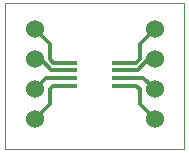
<source format=gtl>
G75*
%MOIN*%
%OFA0B0*%
%FSLAX25Y25*%
%IPPOS*%
%LPD*%
%AMOC8*
5,1,8,0,0,1.08239X$1,22.5*
%
%ADD10C,0.00000*%
%ADD11C,0.06000*%
%ADD12R,0.05709X0.01772*%
%ADD13C,0.01200*%
D10*
X0001000Y0001000D02*
X0001000Y0049701D01*
X0060921Y0049701D01*
X0060921Y0001000D01*
X0001000Y0001000D01*
D11*
X0011000Y0011000D03*
X0011000Y0021000D03*
X0011000Y0031000D03*
X0011000Y0041000D03*
X0051000Y0041000D03*
X0051000Y0031000D03*
X0051000Y0021000D03*
X0051000Y0011000D03*
D12*
X0039661Y0022161D03*
X0039661Y0024720D03*
X0039661Y0027280D03*
X0039661Y0029839D03*
X0022339Y0029839D03*
X0022339Y0027280D03*
X0022339Y0024720D03*
X0022339Y0022161D03*
D13*
X0017161Y0022161D01*
X0016000Y0021000D01*
X0016000Y0016000D01*
X0011000Y0011000D01*
X0011000Y0021000D02*
X0014720Y0024720D01*
X0022339Y0024720D01*
X0022339Y0027280D02*
X0022065Y0027553D01*
X0016619Y0027553D01*
X0013172Y0031000D01*
X0011000Y0031000D01*
X0016000Y0031000D02*
X0016000Y0036000D01*
X0011000Y0041000D01*
X0016000Y0031000D02*
X0017161Y0029839D01*
X0022339Y0029839D01*
X0039661Y0029839D02*
X0044839Y0029839D01*
X0046000Y0031000D01*
X0046000Y0036000D01*
X0051000Y0041000D01*
X0051000Y0031000D02*
X0048828Y0031000D01*
X0045381Y0027553D01*
X0039935Y0027553D01*
X0039661Y0027280D01*
X0039661Y0024720D02*
X0047280Y0024720D01*
X0051000Y0021000D01*
X0046000Y0021000D02*
X0046000Y0016000D01*
X0051000Y0011000D01*
X0046000Y0021000D02*
X0044839Y0022161D01*
X0039661Y0022161D01*
M02*

</source>
